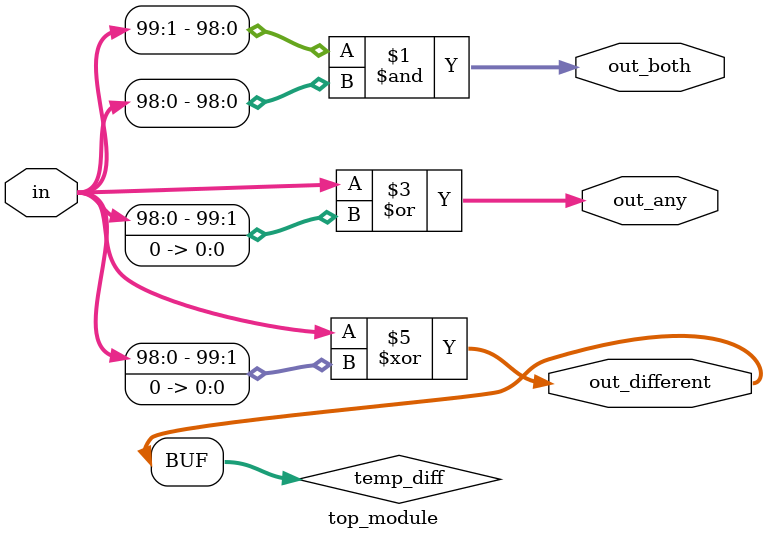
<source format=sv>
module top_module (
    input [99:0] in,
    output [98:0] out_both,
    output [99:0] out_any,
    output [99:0] out_different
);
    assign out_both = in[99:1] & in[98:0];
    assign out_any = in | (in << 1);
    
    wire [99:0] temp_diff;
    assign temp_diff = {in[0] ^ in[99], in ^ (in << 1)};
    assign out_different = temp_diff;
endmodule

</source>
